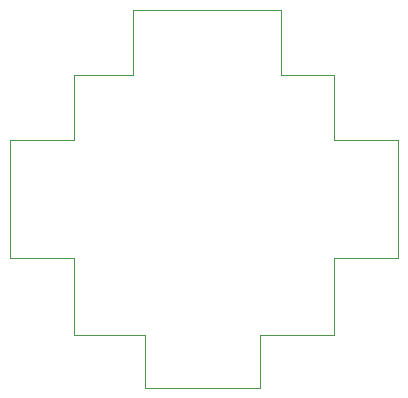
<source format=gbr>
%TF.GenerationSoftware,KiCad,Pcbnew,8.0.5*%
%TF.CreationDate,2024-09-21T18:14:30+02:00*%
%TF.ProjectId,KorryLargePCB_SMD,4b6f7272-794c-4617-9267-655043425f53,rev?*%
%TF.SameCoordinates,Original*%
%TF.FileFunction,Profile,NP*%
%FSLAX46Y46*%
G04 Gerber Fmt 4.6, Leading zero omitted, Abs format (unit mm)*
G04 Created by KiCad (PCBNEW 8.0.5) date 2024-09-21 18:14:30*
%MOMM*%
%LPD*%
G01*
G04 APERTURE LIST*
%TA.AperFunction,Profile*%
%ADD10C,0.100000*%
%TD*%
G04 APERTURE END LIST*
D10*
X50000000Y-25500000D02*
X55000000Y-25500000D01*
X55000000Y-20000000D02*
X55000000Y-25500000D01*
X72000000Y-41000000D02*
X72000000Y-47500000D01*
X44600000Y-31000000D02*
X50000000Y-31000000D01*
X77400000Y-41000000D02*
X77400000Y-31000000D01*
X50000000Y-47500000D02*
X50000000Y-41000000D01*
X50000000Y-31000000D02*
X50000000Y-25500000D01*
X72000000Y-31000000D02*
X72000000Y-25500000D01*
X65750000Y-52000000D02*
X65750000Y-47500000D01*
X67500000Y-20000000D02*
X67500000Y-25500000D01*
X65750000Y-47500000D02*
X72000000Y-47500000D01*
X50000000Y-47500000D02*
X56000000Y-47500000D01*
X72000000Y-41000000D02*
X77400000Y-41000000D01*
X65750000Y-52000000D02*
X56000000Y-52000000D01*
X50000000Y-41000000D02*
X44600000Y-41000000D01*
X77400000Y-31000000D02*
X72000000Y-31000000D01*
X56000000Y-52000000D02*
X56000000Y-47500000D01*
X44600000Y-41000000D02*
X44600000Y-31000000D01*
X72000000Y-25500000D02*
X67500000Y-25500000D01*
X55000000Y-20000000D02*
X67500000Y-20000000D01*
M02*

</source>
